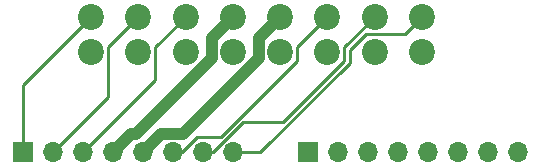
<source format=gbr>
%TF.GenerationSoftware,KiCad,Pcbnew,5.1.10*%
%TF.CreationDate,2021-08-17T12:22:00-04:00*%
%TF.ProjectId,OBD_BO,4f42445f-424f-42e6-9b69-6361645f7063,rev?*%
%TF.SameCoordinates,Original*%
%TF.FileFunction,Copper,L2,Bot*%
%TF.FilePolarity,Positive*%
%FSLAX46Y46*%
G04 Gerber Fmt 4.6, Leading zero omitted, Abs format (unit mm)*
G04 Created by KiCad (PCBNEW 5.1.10) date 2021-08-17 12:22:00*
%MOMM*%
%LPD*%
G01*
G04 APERTURE LIST*
%TA.AperFunction,ComponentPad*%
%ADD10O,1.700000X1.700000*%
%TD*%
%TA.AperFunction,ComponentPad*%
%ADD11R,1.700000X1.700000*%
%TD*%
%TA.AperFunction,ComponentPad*%
%ADD12C,2.200000*%
%TD*%
%TA.AperFunction,Conductor*%
%ADD13C,0.250000*%
%TD*%
%TA.AperFunction,Conductor*%
%ADD14C,1.000000*%
%TD*%
G04 APERTURE END LIST*
D10*
%TO.P,J3,8*%
%TO.N,Net-(J1-Pad16)*%
X125730000Y-85090000D03*
%TO.P,J3,7*%
%TO.N,Net-(J1-Pad15)*%
X123190000Y-85090000D03*
%TO.P,J3,6*%
%TO.N,Net-(J1-Pad14)*%
X120650000Y-85090000D03*
%TO.P,J3,5*%
%TO.N,Net-(J1-Pad13)*%
X118110000Y-85090000D03*
%TO.P,J3,4*%
%TO.N,Net-(J1-Pad12)*%
X115570000Y-85090000D03*
%TO.P,J3,3*%
%TO.N,Net-(J1-Pad11)*%
X113030000Y-85090000D03*
%TO.P,J3,2*%
%TO.N,Net-(J1-Pad10)*%
X110490000Y-85090000D03*
D11*
%TO.P,J3,1*%
%TO.N,Net-(J1-Pad9)*%
X107950000Y-85090000D03*
%TD*%
D10*
%TO.P,J2,8*%
%TO.N,Net-(J1-Pad8)*%
X101600000Y-85090000D03*
%TO.P,J2,7*%
%TO.N,Net-(J1-Pad7)*%
X99060000Y-85090000D03*
%TO.P,J2,6*%
%TO.N,Net-(J1-Pad6)*%
X96520000Y-85090000D03*
%TO.P,J2,5*%
%TO.N,Net-(J1-Pad5)*%
X93980000Y-85090000D03*
%TO.P,J2,4*%
%TO.N,Net-(J1-Pad4)*%
X91440000Y-85090000D03*
%TO.P,J2,3*%
%TO.N,Net-(J1-Pad3)*%
X88900000Y-85090000D03*
%TO.P,J2,2*%
%TO.N,Net-(J1-Pad2)*%
X86360000Y-85090000D03*
D11*
%TO.P,J2,1*%
%TO.N,Net-(J1-Pad1)*%
X83820000Y-85090000D03*
%TD*%
D12*
%TO.P,J1,16*%
%TO.N,Net-(J1-Pad16)*%
X117600000Y-76660000D03*
%TO.P,J1,15*%
%TO.N,Net-(J1-Pad15)*%
X113600000Y-76660000D03*
%TO.P,J1,14*%
%TO.N,Net-(J1-Pad14)*%
X109600000Y-76660000D03*
%TO.P,J1,13*%
%TO.N,Net-(J1-Pad13)*%
X105600000Y-76660000D03*
%TO.P,J1,12*%
%TO.N,Net-(J1-Pad12)*%
X101600000Y-76660000D03*
%TO.P,J1,11*%
%TO.N,Net-(J1-Pad11)*%
X97600000Y-76660000D03*
%TO.P,J1,10*%
%TO.N,Net-(J1-Pad10)*%
X93600000Y-76660000D03*
%TO.P,J1,9*%
%TO.N,Net-(J1-Pad9)*%
X89600000Y-76660000D03*
%TO.P,J1,8*%
%TO.N,Net-(J1-Pad8)*%
X117600000Y-73660000D03*
%TO.P,J1,7*%
%TO.N,Net-(J1-Pad7)*%
X113600000Y-73660000D03*
%TO.P,J1,6*%
%TO.N,Net-(J1-Pad6)*%
X109600000Y-73660000D03*
%TO.P,J1,5*%
%TO.N,Net-(J1-Pad5)*%
X105600000Y-73660000D03*
%TO.P,J1,4*%
%TO.N,Net-(J1-Pad4)*%
X101600000Y-73660000D03*
%TO.P,J1,3*%
%TO.N,Net-(J1-Pad3)*%
X97600000Y-73660000D03*
%TO.P,J1,2*%
%TO.N,Net-(J1-Pad2)*%
X93600000Y-73660000D03*
%TO.P,J1,1*%
%TO.N,Net-(J1-Pad1)*%
X89600000Y-73660000D03*
%TD*%
D13*
%TO.N,Net-(J1-Pad8)*%
X103915412Y-85090000D02*
X101600000Y-85090000D01*
X111475010Y-77530402D02*
X103915412Y-85090000D01*
X111475011Y-76484989D02*
X111475010Y-77530402D01*
X112874999Y-75085001D02*
X111475011Y-76484989D01*
X116174999Y-75085001D02*
X112874999Y-75085001D01*
X117600000Y-73660000D02*
X116174999Y-75085001D01*
%TO.N,Net-(J1-Pad7)*%
X99915412Y-85090000D02*
X99060000Y-85090000D01*
X102455412Y-82550000D02*
X99915412Y-85090000D01*
X105819002Y-82550000D02*
X102455412Y-82550000D01*
X111025001Y-77344001D02*
X105819002Y-82550000D01*
X111025001Y-76234999D02*
X111025001Y-77344001D01*
X113600000Y-73660000D02*
X111025001Y-76234999D01*
%TO.N,Net-(J1-Pad6)*%
X97320998Y-85090000D02*
X96520000Y-85090000D01*
X98590998Y-83820000D02*
X97320998Y-85090000D01*
X100549002Y-83820000D02*
X98590998Y-83820000D01*
X107025001Y-77344001D02*
X100549002Y-83820000D01*
X107025001Y-76234999D02*
X107025001Y-77344001D01*
X109600000Y-73660000D02*
X107025001Y-76234999D01*
D14*
%TO.N,Net-(J1-Pad5)*%
X95530001Y-83539999D02*
X93980000Y-85090000D01*
X97384003Y-83539999D02*
X95530001Y-83539999D01*
X103799999Y-77124003D02*
X97384003Y-83539999D01*
X103799999Y-75460001D02*
X103799999Y-77124003D01*
X105600000Y-73660000D02*
X103799999Y-75460001D01*
%TO.N,Net-(J1-Pad4)*%
X92990001Y-83539999D02*
X91440000Y-85090000D01*
X93384003Y-83539999D02*
X92990001Y-83539999D01*
X99799999Y-77124003D02*
X93384003Y-83539999D01*
X99799999Y-75460001D02*
X99799999Y-77124003D01*
X101600000Y-73660000D02*
X99799999Y-75460001D01*
D13*
%TO.N,Net-(J1-Pad3)*%
X95025001Y-78964999D02*
X88900000Y-85090000D01*
X95025001Y-76234999D02*
X95025001Y-78964999D01*
X97600000Y-73660000D02*
X95025001Y-76234999D01*
%TO.N,Net-(J1-Pad2)*%
X91025001Y-80424999D02*
X86360000Y-85090000D01*
X91025001Y-76234999D02*
X91025001Y-80424999D01*
X93600000Y-73660000D02*
X91025001Y-76234999D01*
%TO.N,Net-(J1-Pad1)*%
X83820000Y-79440000D02*
X83820000Y-85090000D01*
X89600000Y-73660000D02*
X83820000Y-79440000D01*
%TD*%
M02*

</source>
